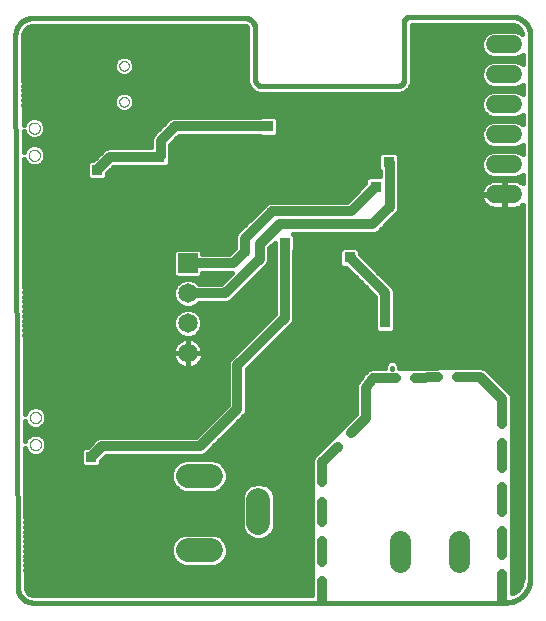
<source format=gbl>
G75*
%MOIN*%
%OFA0B0*%
%FSLAX25Y25*%
%IPPOS*%
%LPD*%
%AMOC8*
5,1,8,0,0,1.08239X$1,22.5*
%
%ADD10C,0.03200*%
%ADD11C,0.01600*%
%ADD12C,0.06000*%
%ADD13C,0.07050*%
%ADD14C,0.07874*%
%ADD15C,0.00000*%
%ADD16R,0.06500X0.06500*%
%ADD17C,0.06500*%
%ADD18R,0.03562X0.03562*%
D10*
X0038803Y0092757D02*
X0042346Y0096301D01*
X0075024Y0096301D01*
X0087622Y0108899D01*
X0087622Y0123466D01*
X0103370Y0139214D01*
X0103370Y0164017D01*
X0101795Y0170317D02*
X0132504Y0170317D01*
X0138409Y0176222D01*
X0138409Y0190789D01*
X0138016Y0191183D01*
X0133685Y0182915D02*
X0125417Y0174647D01*
X0099039Y0174647D01*
X0089984Y0165592D01*
X0089984Y0161261D01*
X0086087Y0157364D01*
X0071087Y0157364D01*
X0071087Y0147364D02*
X0083567Y0147364D01*
X0095102Y0158899D01*
X0095102Y0163624D01*
X0101795Y0170317D01*
X0125024Y0159293D02*
X0136835Y0147482D01*
X0136835Y0137639D01*
X0140447Y0119138D02*
X0132902Y0119054D01*
X0130540Y0115905D01*
X0130540Y0105669D01*
X0125519Y0100648D01*
X0120994Y0096122D02*
X0115973Y0091102D01*
X0115973Y0084287D01*
X0115973Y0077887D02*
X0115973Y0071073D01*
X0115973Y0064673D02*
X0115973Y0057859D01*
X0115973Y0051459D02*
X0115973Y0044645D01*
X0146847Y0119209D02*
X0154391Y0119293D01*
X0160791Y0119364D02*
X0168335Y0119448D01*
X0175816Y0111968D01*
X0175816Y0103781D01*
X0175816Y0097381D02*
X0175816Y0089194D01*
X0175816Y0082794D02*
X0175816Y0074606D01*
X0175816Y0068206D02*
X0175816Y0060019D01*
X0175816Y0053619D02*
X0175816Y0045432D01*
X0061638Y0192757D02*
X0045102Y0192757D01*
X0040772Y0188427D01*
X0061638Y0192757D02*
X0062031Y0193151D01*
X0062031Y0198269D01*
X0066756Y0202994D01*
X0097858Y0202994D01*
D11*
X0019517Y0044251D02*
X0176997Y0044251D01*
X0179216Y0047354D02*
X0179216Y0112644D01*
X0178698Y0113894D01*
X0177742Y0114850D01*
X0171204Y0121388D01*
X0171196Y0121406D01*
X0170726Y0121866D01*
X0170261Y0122330D01*
X0170243Y0122338D01*
X0170229Y0122352D01*
X0169619Y0122597D01*
X0169012Y0122848D01*
X0168992Y0122848D01*
X0168974Y0122855D01*
X0168316Y0122848D01*
X0167659Y0122848D01*
X0167641Y0122841D01*
X0141609Y0122551D01*
X0141609Y0123076D01*
X0141242Y0123961D01*
X0140565Y0124638D01*
X0139680Y0125005D01*
X0138723Y0125005D01*
X0137838Y0124638D01*
X0137161Y0123961D01*
X0136794Y0123076D01*
X0136794Y0122498D01*
X0133312Y0122459D01*
X0133091Y0122516D01*
X0132642Y0122452D01*
X0132188Y0122447D01*
X0131978Y0122357D01*
X0131752Y0122325D01*
X0131362Y0122093D01*
X0130945Y0121915D01*
X0130785Y0121752D01*
X0130588Y0121635D01*
X0130316Y0121272D01*
X0129999Y0120948D01*
X0129914Y0120736D01*
X0127965Y0118138D01*
X0127658Y0117831D01*
X0127563Y0117602D01*
X0127414Y0117404D01*
X0127306Y0116983D01*
X0127140Y0116581D01*
X0127140Y0116333D01*
X0127079Y0116093D01*
X0127140Y0115663D01*
X0127140Y0107077D01*
X0113091Y0093028D01*
X0112573Y0091778D01*
X0112573Y0046851D01*
X0019517Y0046851D01*
X0019025Y0046900D01*
X0018118Y0047276D01*
X0017423Y0047970D01*
X0017047Y0048878D01*
X0016998Y0049369D01*
X0016998Y0049374D01*
X0016998Y0049886D01*
X0016996Y0049892D01*
X0016800Y0095749D01*
X0017188Y0094812D01*
X0018220Y0093780D01*
X0019569Y0093221D01*
X0021029Y0093221D01*
X0022378Y0093780D01*
X0023411Y0094812D01*
X0023969Y0096161D01*
X0023969Y0097621D01*
X0023411Y0098970D01*
X0022378Y0100003D01*
X0021029Y0100561D01*
X0019569Y0100561D01*
X0018220Y0100003D01*
X0017188Y0098970D01*
X0016790Y0098010D01*
X0016761Y0104899D01*
X0017188Y0103868D01*
X0018220Y0102835D01*
X0019569Y0102276D01*
X0021029Y0102276D01*
X0022378Y0102835D01*
X0023411Y0103868D01*
X0023969Y0105216D01*
X0023969Y0106676D01*
X0023411Y0108025D01*
X0022378Y0109058D01*
X0021029Y0109617D01*
X0019569Y0109617D01*
X0018220Y0109058D01*
X0017188Y0108025D01*
X0016752Y0106972D01*
X0016387Y0192253D01*
X0016794Y0191269D01*
X0017827Y0190237D01*
X0019175Y0189678D01*
X0020636Y0189678D01*
X0021984Y0190237D01*
X0023017Y0191269D01*
X0023576Y0192618D01*
X0023576Y0194078D01*
X0023017Y0195427D01*
X0021984Y0196459D01*
X0020636Y0197018D01*
X0019175Y0197018D01*
X0017827Y0196459D01*
X0016794Y0195427D01*
X0016377Y0194420D01*
X0016347Y0201403D01*
X0016794Y0200324D01*
X0017827Y0199292D01*
X0019175Y0198733D01*
X0020636Y0198733D01*
X0021984Y0199292D01*
X0023017Y0200324D01*
X0023576Y0201673D01*
X0023576Y0203133D01*
X0023017Y0204482D01*
X0021984Y0205514D01*
X0020636Y0206073D01*
X0019175Y0206073D01*
X0017827Y0205514D01*
X0016794Y0204482D01*
X0016339Y0203383D01*
X0016211Y0233228D01*
X0016275Y0233872D01*
X0016768Y0235064D01*
X0017680Y0235976D01*
X0018872Y0236470D01*
X0019517Y0236533D01*
X0089989Y0236533D01*
X0090173Y0236515D01*
X0090513Y0236374D01*
X0090773Y0236114D01*
X0090914Y0235774D01*
X0090932Y0235590D01*
X0090932Y0217674D01*
X0091688Y0215850D01*
X0091688Y0215850D01*
X0093084Y0214454D01*
X0094907Y0213698D01*
X0141763Y0213698D01*
X0143587Y0214454D01*
X0143587Y0214454D01*
X0144983Y0215850D01*
X0145739Y0217674D01*
X0145739Y0236927D01*
X0178965Y0236927D01*
X0179544Y0236881D01*
X0180645Y0236524D01*
X0181581Y0235843D01*
X0182261Y0234907D01*
X0182619Y0233806D01*
X0182625Y0233733D01*
X0182151Y0234207D01*
X0180457Y0234909D01*
X0172625Y0234909D01*
X0170931Y0234207D01*
X0169635Y0232911D01*
X0168934Y0231218D01*
X0168934Y0229385D01*
X0169635Y0227692D01*
X0170931Y0226396D01*
X0172625Y0225694D01*
X0180457Y0225694D01*
X0182151Y0226396D01*
X0182665Y0226910D01*
X0182665Y0223693D01*
X0182151Y0224207D01*
X0180457Y0224909D01*
X0172625Y0224909D01*
X0170931Y0224207D01*
X0169635Y0222911D01*
X0168934Y0221218D01*
X0168934Y0219385D01*
X0169635Y0217692D01*
X0170931Y0216396D01*
X0172625Y0215694D01*
X0180457Y0215694D01*
X0182151Y0216396D01*
X0182665Y0216910D01*
X0182665Y0213693D01*
X0182151Y0214207D01*
X0180457Y0214909D01*
X0172625Y0214909D01*
X0170931Y0214207D01*
X0169635Y0212911D01*
X0168934Y0211218D01*
X0168934Y0209385D01*
X0169635Y0207692D01*
X0170931Y0206396D01*
X0172625Y0205694D01*
X0180457Y0205694D01*
X0182151Y0206396D01*
X0182665Y0206910D01*
X0182665Y0203693D01*
X0182151Y0204207D01*
X0180457Y0204909D01*
X0172625Y0204909D01*
X0170931Y0204207D01*
X0169635Y0202911D01*
X0168934Y0201218D01*
X0168934Y0199385D01*
X0169635Y0197692D01*
X0170931Y0196396D01*
X0172625Y0195694D01*
X0180457Y0195694D01*
X0182151Y0196396D01*
X0182665Y0196910D01*
X0182665Y0193693D01*
X0182151Y0194207D01*
X0180457Y0194909D01*
X0172625Y0194909D01*
X0170931Y0194207D01*
X0169635Y0192911D01*
X0168934Y0191218D01*
X0168934Y0189385D01*
X0169635Y0187692D01*
X0170931Y0186396D01*
X0172625Y0185694D01*
X0180457Y0185694D01*
X0182151Y0186396D01*
X0182665Y0186910D01*
X0182665Y0183965D01*
X0182057Y0184407D01*
X0181384Y0184750D01*
X0180665Y0184983D01*
X0179919Y0185102D01*
X0176741Y0185102D01*
X0176741Y0180502D01*
X0176341Y0180502D01*
X0176341Y0185102D01*
X0173163Y0185102D01*
X0172417Y0184983D01*
X0171698Y0184750D01*
X0171025Y0184407D01*
X0170414Y0183963D01*
X0169880Y0183429D01*
X0169436Y0182817D01*
X0169093Y0182144D01*
X0168859Y0181426D01*
X0168741Y0180679D01*
X0168741Y0180502D01*
X0176341Y0180502D01*
X0176341Y0180102D01*
X0168741Y0180102D01*
X0168741Y0179924D01*
X0168859Y0179178D01*
X0169093Y0178459D01*
X0169436Y0177786D01*
X0169880Y0177175D01*
X0170414Y0176640D01*
X0171025Y0176196D01*
X0171698Y0175853D01*
X0172417Y0175620D01*
X0173163Y0175502D01*
X0176341Y0175502D01*
X0176341Y0180101D01*
X0176741Y0180101D01*
X0176741Y0175502D01*
X0179919Y0175502D01*
X0180665Y0175620D01*
X0181384Y0175853D01*
X0182057Y0176196D01*
X0182665Y0176638D01*
X0182665Y0052519D01*
X0182595Y0051632D01*
X0182047Y0049946D01*
X0181005Y0048511D01*
X0179570Y0047469D01*
X0179216Y0047354D01*
X0179216Y0048734D02*
X0181166Y0048734D01*
X0182173Y0050333D02*
X0179216Y0050333D01*
X0179216Y0051931D02*
X0182618Y0051931D01*
X0182665Y0053530D02*
X0179216Y0053530D01*
X0179216Y0055128D02*
X0182665Y0055128D01*
X0182665Y0056727D02*
X0179216Y0056727D01*
X0179216Y0058325D02*
X0182665Y0058325D01*
X0182665Y0059924D02*
X0179216Y0059924D01*
X0179216Y0061522D02*
X0182665Y0061522D01*
X0182665Y0063121D02*
X0179216Y0063121D01*
X0179216Y0064719D02*
X0182665Y0064719D01*
X0182665Y0066318D02*
X0179216Y0066318D01*
X0179216Y0067916D02*
X0182665Y0067916D01*
X0182665Y0069515D02*
X0179216Y0069515D01*
X0179216Y0071113D02*
X0182665Y0071113D01*
X0182665Y0072712D02*
X0179216Y0072712D01*
X0179216Y0074310D02*
X0182665Y0074310D01*
X0182665Y0075909D02*
X0179216Y0075909D01*
X0179216Y0077507D02*
X0182665Y0077507D01*
X0182665Y0079106D02*
X0179216Y0079106D01*
X0179216Y0080704D02*
X0182665Y0080704D01*
X0182665Y0082303D02*
X0179216Y0082303D01*
X0179216Y0083901D02*
X0182665Y0083901D01*
X0182665Y0085500D02*
X0179216Y0085500D01*
X0179216Y0087098D02*
X0182665Y0087098D01*
X0182665Y0088697D02*
X0179216Y0088697D01*
X0179216Y0090295D02*
X0182665Y0090295D01*
X0182665Y0091894D02*
X0179216Y0091894D01*
X0179216Y0093492D02*
X0182665Y0093492D01*
X0182665Y0095091D02*
X0179216Y0095091D01*
X0179216Y0096689D02*
X0182665Y0096689D01*
X0182665Y0098288D02*
X0179216Y0098288D01*
X0179216Y0099886D02*
X0182665Y0099886D01*
X0182665Y0101485D02*
X0179216Y0101485D01*
X0179216Y0103084D02*
X0182665Y0103084D01*
X0182665Y0104682D02*
X0179216Y0104682D01*
X0179216Y0106281D02*
X0182665Y0106281D01*
X0182665Y0107879D02*
X0179216Y0107879D01*
X0179216Y0109478D02*
X0182665Y0109478D01*
X0182665Y0111076D02*
X0179216Y0111076D01*
X0179203Y0112675D02*
X0182665Y0112675D01*
X0182665Y0114273D02*
X0178319Y0114273D01*
X0176720Y0115872D02*
X0182665Y0115872D01*
X0182665Y0117470D02*
X0175122Y0117470D01*
X0173523Y0119069D02*
X0182665Y0119069D01*
X0182665Y0120667D02*
X0171925Y0120667D01*
X0170326Y0122266D02*
X0182665Y0122266D01*
X0182665Y0123864D02*
X0141282Y0123864D01*
X0139202Y0122598D02*
X0139202Y0122204D01*
X0137121Y0123864D02*
X0092556Y0123864D01*
X0094154Y0125463D02*
X0182665Y0125463D01*
X0182665Y0127061D02*
X0095753Y0127061D01*
X0097351Y0128660D02*
X0182665Y0128660D01*
X0182665Y0130258D02*
X0098950Y0130258D01*
X0100548Y0131857D02*
X0182665Y0131857D01*
X0182665Y0133455D02*
X0102147Y0133455D01*
X0103745Y0135054D02*
X0133585Y0135054D01*
X0133446Y0135193D02*
X0134388Y0134251D01*
X0139281Y0134251D01*
X0140223Y0135193D01*
X0140223Y0140086D01*
X0140042Y0140267D01*
X0140042Y0148120D01*
X0139553Y0149299D01*
X0128412Y0160440D01*
X0128412Y0161740D01*
X0127470Y0162681D01*
X0122577Y0162681D01*
X0121635Y0161740D01*
X0121635Y0156846D01*
X0122577Y0155905D01*
X0123876Y0155905D01*
X0133628Y0146153D01*
X0133628Y0140267D01*
X0133446Y0140086D01*
X0133446Y0135193D01*
X0133446Y0136652D02*
X0105344Y0136652D01*
X0106089Y0137398D02*
X0106577Y0138576D01*
X0106577Y0161389D01*
X0106758Y0161571D01*
X0106758Y0166464D01*
X0106113Y0167109D01*
X0133142Y0167109D01*
X0134321Y0167598D01*
X0140226Y0173503D01*
X0141128Y0174405D01*
X0141617Y0175584D01*
X0141617Y0191427D01*
X0141404Y0191940D01*
X0141404Y0193629D01*
X0140463Y0194571D01*
X0135569Y0194571D01*
X0134628Y0193629D01*
X0134628Y0188736D01*
X0135202Y0188161D01*
X0135202Y0186303D01*
X0131238Y0186303D01*
X0130297Y0185362D01*
X0130297Y0184062D01*
X0124089Y0177854D01*
X0098401Y0177854D01*
X0097223Y0177366D01*
X0096321Y0176464D01*
X0087265Y0167409D01*
X0086777Y0166230D01*
X0086777Y0162590D01*
X0084758Y0160571D01*
X0075944Y0160571D01*
X0075944Y0161279D01*
X0075002Y0162221D01*
X0067171Y0162221D01*
X0066230Y0161279D01*
X0066230Y0153448D01*
X0067171Y0152507D01*
X0075002Y0152507D01*
X0075944Y0153448D01*
X0075944Y0154157D01*
X0085824Y0154157D01*
X0082239Y0150571D01*
X0074748Y0150571D01*
X0073838Y0151481D01*
X0072053Y0152221D01*
X0070120Y0152221D01*
X0068335Y0151481D01*
X0066969Y0150115D01*
X0066230Y0148330D01*
X0066230Y0146398D01*
X0066969Y0144612D01*
X0068335Y0143246D01*
X0070120Y0142507D01*
X0072053Y0142507D01*
X0073838Y0143246D01*
X0074748Y0144157D01*
X0084205Y0144157D01*
X0085384Y0144645D01*
X0096919Y0156180D01*
X0097821Y0157083D01*
X0098309Y0158261D01*
X0098309Y0162295D01*
X0099982Y0163968D01*
X0099982Y0161571D01*
X0100163Y0161389D01*
X0100163Y0140543D01*
X0085805Y0126185D01*
X0084903Y0125283D01*
X0084415Y0124104D01*
X0084415Y0110228D01*
X0073695Y0099508D01*
X0041709Y0099508D01*
X0040530Y0099020D01*
X0037656Y0096146D01*
X0036356Y0096146D01*
X0035415Y0095204D01*
X0035415Y0090311D01*
X0036356Y0089369D01*
X0041250Y0089369D01*
X0042191Y0090311D01*
X0042191Y0091610D01*
X0043675Y0093094D01*
X0075662Y0093094D01*
X0076840Y0093582D01*
X0077742Y0094484D01*
X0090341Y0107083D01*
X0090829Y0108261D01*
X0090829Y0122138D01*
X0106089Y0137398D01*
X0106442Y0138251D02*
X0133446Y0138251D01*
X0133446Y0139849D02*
X0106577Y0139849D01*
X0106577Y0141448D02*
X0133628Y0141448D01*
X0133628Y0143046D02*
X0106577Y0143046D01*
X0106577Y0144645D02*
X0133628Y0144645D01*
X0133538Y0146243D02*
X0106577Y0146243D01*
X0106577Y0147842D02*
X0131939Y0147842D01*
X0130341Y0149440D02*
X0106577Y0149440D01*
X0106577Y0151039D02*
X0128742Y0151039D01*
X0127144Y0152637D02*
X0106577Y0152637D01*
X0106577Y0154236D02*
X0125545Y0154236D01*
X0123947Y0155834D02*
X0106577Y0155834D01*
X0106577Y0157433D02*
X0121635Y0157433D01*
X0121635Y0159031D02*
X0106577Y0159031D01*
X0106577Y0160630D02*
X0121635Y0160630D01*
X0122124Y0162228D02*
X0106758Y0162228D01*
X0106758Y0163827D02*
X0182665Y0163827D01*
X0182665Y0165425D02*
X0106758Y0165425D01*
X0106198Y0167024D02*
X0182665Y0167024D01*
X0182665Y0168622D02*
X0135345Y0168622D01*
X0136944Y0170221D02*
X0182665Y0170221D01*
X0182665Y0171819D02*
X0138542Y0171819D01*
X0140141Y0173418D02*
X0182665Y0173418D01*
X0182665Y0175017D02*
X0141381Y0175017D01*
X0141617Y0176615D02*
X0170449Y0176615D01*
X0169218Y0178214D02*
X0141617Y0178214D01*
X0141617Y0179812D02*
X0168759Y0179812D01*
X0168857Y0181411D02*
X0141617Y0181411D01*
X0141617Y0183009D02*
X0169575Y0183009D01*
X0171419Y0184608D02*
X0141617Y0184608D01*
X0141617Y0186206D02*
X0171389Y0186206D01*
X0169589Y0187805D02*
X0141617Y0187805D01*
X0141617Y0189403D02*
X0168934Y0189403D01*
X0168934Y0191002D02*
X0141617Y0191002D01*
X0141404Y0192600D02*
X0169506Y0192600D01*
X0170923Y0194199D02*
X0140835Y0194199D01*
X0138016Y0191183D02*
X0137622Y0190789D01*
X0135202Y0187805D02*
X0044685Y0187805D01*
X0044160Y0187279D02*
X0046431Y0189550D01*
X0059010Y0189550D01*
X0059191Y0189369D01*
X0064085Y0189369D01*
X0065026Y0190311D01*
X0065026Y0192000D01*
X0065239Y0192513D01*
X0065239Y0196941D01*
X0068084Y0199787D01*
X0095230Y0199787D01*
X0095411Y0199606D01*
X0100305Y0199606D01*
X0101246Y0200547D01*
X0101246Y0205440D01*
X0100305Y0206382D01*
X0095411Y0206382D01*
X0095230Y0206201D01*
X0066118Y0206201D01*
X0064939Y0205713D01*
X0060215Y0200988D01*
X0059313Y0200086D01*
X0058824Y0198907D01*
X0058824Y0195965D01*
X0044464Y0195965D01*
X0043286Y0195476D01*
X0039624Y0191815D01*
X0038325Y0191815D01*
X0037383Y0190874D01*
X0037383Y0185980D01*
X0038325Y0185039D01*
X0043218Y0185039D01*
X0044160Y0185980D01*
X0044160Y0187279D01*
X0044160Y0186206D02*
X0131141Y0186206D01*
X0130297Y0184608D02*
X0016419Y0184608D01*
X0016412Y0186206D02*
X0037383Y0186206D01*
X0037383Y0187805D02*
X0016406Y0187805D01*
X0016399Y0189403D02*
X0037383Y0189403D01*
X0037512Y0191002D02*
X0022749Y0191002D01*
X0023568Y0192600D02*
X0040410Y0192600D01*
X0042008Y0194199D02*
X0023526Y0194199D01*
X0022647Y0195797D02*
X0044060Y0195797D01*
X0046283Y0189403D02*
X0059157Y0189403D01*
X0064118Y0189403D02*
X0134628Y0189403D01*
X0134628Y0191002D02*
X0065026Y0191002D01*
X0065239Y0192600D02*
X0134628Y0192600D01*
X0135197Y0194199D02*
X0065239Y0194199D01*
X0065239Y0195797D02*
X0172377Y0195797D01*
X0169931Y0197396D02*
X0065693Y0197396D01*
X0067292Y0198994D02*
X0169096Y0198994D01*
X0168934Y0200593D02*
X0101246Y0200593D01*
X0101246Y0202191D02*
X0169337Y0202191D01*
X0170514Y0203790D02*
X0101246Y0203790D01*
X0101246Y0205388D02*
X0182665Y0205388D01*
X0182665Y0203790D02*
X0182568Y0203790D01*
X0182665Y0195797D02*
X0180705Y0195797D01*
X0182159Y0194199D02*
X0182665Y0194199D01*
X0182665Y0186206D02*
X0181692Y0186206D01*
X0181663Y0184608D02*
X0182665Y0184608D01*
X0176741Y0184608D02*
X0176341Y0184608D01*
X0176341Y0183009D02*
X0176741Y0183009D01*
X0176741Y0181411D02*
X0176341Y0181411D01*
X0176341Y0179812D02*
X0176741Y0179812D01*
X0176741Y0178214D02*
X0176341Y0178214D01*
X0176341Y0176615D02*
X0176741Y0176615D01*
X0182633Y0176615D02*
X0182665Y0176615D01*
X0182665Y0162228D02*
X0127923Y0162228D01*
X0128412Y0160630D02*
X0182665Y0160630D01*
X0182665Y0159031D02*
X0129821Y0159031D01*
X0131419Y0157433D02*
X0182665Y0157433D01*
X0182665Y0155834D02*
X0133018Y0155834D01*
X0134616Y0154236D02*
X0182665Y0154236D01*
X0182665Y0152637D02*
X0136215Y0152637D01*
X0137813Y0151039D02*
X0182665Y0151039D01*
X0182665Y0149440D02*
X0139412Y0149440D01*
X0140042Y0147842D02*
X0182665Y0147842D01*
X0182665Y0146243D02*
X0140042Y0146243D01*
X0140042Y0144645D02*
X0182665Y0144645D01*
X0182665Y0143046D02*
X0140042Y0143046D01*
X0140042Y0141448D02*
X0182665Y0141448D01*
X0182665Y0139849D02*
X0140223Y0139849D01*
X0140223Y0138251D02*
X0182665Y0138251D01*
X0182665Y0136652D02*
X0140223Y0136652D01*
X0140084Y0135054D02*
X0182665Y0135054D01*
X0131653Y0122266D02*
X0090957Y0122266D01*
X0090829Y0120667D02*
X0129862Y0120667D01*
X0128663Y0119069D02*
X0090829Y0119069D01*
X0090829Y0117470D02*
X0127464Y0117470D01*
X0127110Y0115872D02*
X0090829Y0115872D01*
X0090829Y0114273D02*
X0127140Y0114273D01*
X0127140Y0112675D02*
X0090829Y0112675D01*
X0090829Y0111076D02*
X0127140Y0111076D01*
X0127140Y0109478D02*
X0090829Y0109478D01*
X0090671Y0107879D02*
X0127140Y0107879D01*
X0126344Y0106281D02*
X0089539Y0106281D01*
X0087940Y0104682D02*
X0124745Y0104682D01*
X0123147Y0103084D02*
X0086342Y0103084D01*
X0084743Y0101485D02*
X0121548Y0101485D01*
X0119950Y0099886D02*
X0083145Y0099886D01*
X0081546Y0098288D02*
X0118351Y0098288D01*
X0116753Y0096689D02*
X0079948Y0096689D01*
X0078349Y0095091D02*
X0115154Y0095091D01*
X0113556Y0093492D02*
X0076624Y0093492D01*
X0079985Y0092002D02*
X0082022Y0091158D01*
X0083582Y0089599D01*
X0084426Y0087561D01*
X0084426Y0085355D01*
X0083582Y0083318D01*
X0082022Y0081758D01*
X0079985Y0080914D01*
X0069905Y0080914D01*
X0067867Y0081758D01*
X0066308Y0083318D01*
X0065464Y0085355D01*
X0065464Y0087561D01*
X0066308Y0089599D01*
X0067867Y0091158D01*
X0069905Y0092002D01*
X0079985Y0092002D01*
X0080246Y0091894D02*
X0112621Y0091894D01*
X0112573Y0090295D02*
X0082885Y0090295D01*
X0083955Y0088697D02*
X0112573Y0088697D01*
X0112573Y0087098D02*
X0084426Y0087098D01*
X0084426Y0085500D02*
X0112573Y0085500D01*
X0112573Y0083901D02*
X0096281Y0083901D01*
X0095733Y0084128D02*
X0093527Y0084128D01*
X0091489Y0083284D01*
X0089930Y0081725D01*
X0089086Y0079687D01*
X0089086Y0069607D01*
X0089930Y0067570D01*
X0091489Y0066010D01*
X0093527Y0065166D01*
X0095733Y0065166D01*
X0097770Y0066010D01*
X0099330Y0067570D01*
X0100174Y0069607D01*
X0100174Y0079687D01*
X0099330Y0081725D01*
X0097770Y0083284D01*
X0095733Y0084128D01*
X0092979Y0083901D02*
X0083824Y0083901D01*
X0082567Y0082303D02*
X0090508Y0082303D01*
X0089507Y0080704D02*
X0016864Y0080704D01*
X0016871Y0079106D02*
X0089086Y0079106D01*
X0089086Y0077507D02*
X0016878Y0077507D01*
X0016885Y0075909D02*
X0089086Y0075909D01*
X0089086Y0074310D02*
X0016892Y0074310D01*
X0016898Y0072712D02*
X0089086Y0072712D01*
X0089086Y0071113D02*
X0016905Y0071113D01*
X0016912Y0069515D02*
X0089124Y0069515D01*
X0089786Y0067916D02*
X0016919Y0067916D01*
X0016926Y0066318D02*
X0067830Y0066318D01*
X0067867Y0066355D02*
X0066308Y0064796D01*
X0065464Y0062758D01*
X0065464Y0060552D01*
X0066308Y0058515D01*
X0067867Y0056955D01*
X0069905Y0056111D01*
X0079985Y0056111D01*
X0082022Y0056955D01*
X0083582Y0058515D01*
X0084426Y0060552D01*
X0084426Y0062758D01*
X0083582Y0064796D01*
X0082022Y0066355D01*
X0079985Y0067199D01*
X0069905Y0067199D01*
X0067867Y0066355D01*
X0066276Y0064719D02*
X0016933Y0064719D01*
X0016940Y0063121D02*
X0065614Y0063121D01*
X0065464Y0061522D02*
X0016946Y0061522D01*
X0016953Y0059924D02*
X0065724Y0059924D01*
X0066497Y0058325D02*
X0016960Y0058325D01*
X0016967Y0056727D02*
X0068419Y0056727D01*
X0081471Y0056727D02*
X0112573Y0056727D01*
X0112573Y0058325D02*
X0083392Y0058325D01*
X0084166Y0059924D02*
X0112573Y0059924D01*
X0112573Y0061522D02*
X0084426Y0061522D01*
X0084276Y0063121D02*
X0112573Y0063121D01*
X0112573Y0064719D02*
X0083614Y0064719D01*
X0082060Y0066318D02*
X0091182Y0066318D01*
X0098078Y0066318D02*
X0112573Y0066318D01*
X0112573Y0067916D02*
X0099473Y0067916D01*
X0100136Y0069515D02*
X0112573Y0069515D01*
X0112573Y0071113D02*
X0100174Y0071113D01*
X0100174Y0072712D02*
X0112573Y0072712D01*
X0112573Y0074310D02*
X0100174Y0074310D01*
X0100174Y0075909D02*
X0112573Y0075909D01*
X0112573Y0077507D02*
X0100174Y0077507D01*
X0100174Y0079106D02*
X0112573Y0079106D01*
X0112573Y0080704D02*
X0099753Y0080704D01*
X0098752Y0082303D02*
X0112573Y0082303D01*
X0112573Y0055128D02*
X0016974Y0055128D01*
X0016981Y0053530D02*
X0112573Y0053530D01*
X0112573Y0051931D02*
X0016987Y0051931D01*
X0016994Y0050333D02*
X0112573Y0050333D01*
X0112573Y0048734D02*
X0017106Y0048734D01*
X0018455Y0047136D02*
X0112573Y0047136D01*
X0074074Y0099886D02*
X0022494Y0099886D01*
X0023693Y0098288D02*
X0039798Y0098288D01*
X0038200Y0096689D02*
X0023969Y0096689D01*
X0023526Y0095091D02*
X0035415Y0095091D01*
X0035415Y0093492D02*
X0021684Y0093492D01*
X0018915Y0093492D02*
X0016809Y0093492D01*
X0016816Y0091894D02*
X0035415Y0091894D01*
X0035430Y0090295D02*
X0016823Y0090295D01*
X0016830Y0088697D02*
X0065934Y0088697D01*
X0065464Y0087098D02*
X0016837Y0087098D01*
X0016844Y0085500D02*
X0065464Y0085500D01*
X0066066Y0083901D02*
X0016851Y0083901D01*
X0016857Y0082303D02*
X0067323Y0082303D01*
X0067004Y0090295D02*
X0042176Y0090295D01*
X0042475Y0091894D02*
X0069643Y0091894D01*
X0075672Y0101485D02*
X0016775Y0101485D01*
X0016768Y0103084D02*
X0017972Y0103084D01*
X0016850Y0104682D02*
X0016762Y0104682D01*
X0016748Y0107879D02*
X0017127Y0107879D01*
X0016741Y0109478D02*
X0019234Y0109478D01*
X0021365Y0109478D02*
X0083665Y0109478D01*
X0084415Y0111076D02*
X0016734Y0111076D01*
X0016727Y0112675D02*
X0084415Y0112675D01*
X0084415Y0114273D02*
X0016720Y0114273D01*
X0016714Y0115872D02*
X0084415Y0115872D01*
X0084415Y0117470D02*
X0016707Y0117470D01*
X0016700Y0119069D02*
X0084415Y0119069D01*
X0084415Y0120667D02*
X0016693Y0120667D01*
X0016686Y0122266D02*
X0084415Y0122266D01*
X0084415Y0123864D02*
X0074729Y0123864D01*
X0074939Y0124074D02*
X0075406Y0124717D01*
X0075767Y0125425D01*
X0076012Y0126181D01*
X0076137Y0126966D01*
X0076137Y0127289D01*
X0071162Y0127289D01*
X0071162Y0127439D01*
X0076137Y0127439D01*
X0076137Y0127761D01*
X0076012Y0128546D01*
X0075767Y0129302D01*
X0075406Y0130011D01*
X0074939Y0130654D01*
X0074376Y0131216D01*
X0073733Y0131683D01*
X0073025Y0132044D01*
X0072269Y0132289D01*
X0071484Y0132414D01*
X0071162Y0132414D01*
X0071162Y0127439D01*
X0071012Y0127439D01*
X0071012Y0132414D01*
X0070689Y0132414D01*
X0069904Y0132289D01*
X0069148Y0132044D01*
X0068440Y0131683D01*
X0067797Y0131216D01*
X0067235Y0130654D01*
X0066767Y0130011D01*
X0066407Y0129302D01*
X0066161Y0128546D01*
X0066037Y0127761D01*
X0066037Y0127439D01*
X0071012Y0127439D01*
X0071012Y0127289D01*
X0071162Y0127289D01*
X0071162Y0122314D01*
X0071484Y0122314D01*
X0072269Y0122438D01*
X0073025Y0122684D01*
X0073733Y0123045D01*
X0074376Y0123512D01*
X0074939Y0124074D01*
X0075779Y0125463D02*
X0085083Y0125463D01*
X0086682Y0127061D02*
X0076137Y0127061D01*
X0075975Y0128660D02*
X0088280Y0128660D01*
X0089879Y0130258D02*
X0075226Y0130258D01*
X0073392Y0131857D02*
X0091477Y0131857D01*
X0093076Y0133455D02*
X0074047Y0133455D01*
X0073838Y0133246D02*
X0075204Y0134612D01*
X0075944Y0136398D01*
X0075944Y0138330D01*
X0075204Y0140115D01*
X0073838Y0141481D01*
X0072053Y0142221D01*
X0070120Y0142221D01*
X0068335Y0141481D01*
X0066969Y0140115D01*
X0066230Y0138330D01*
X0066230Y0136398D01*
X0066969Y0134612D01*
X0068335Y0133246D01*
X0070120Y0132507D01*
X0072053Y0132507D01*
X0073838Y0133246D01*
X0075387Y0135054D02*
X0094674Y0135054D01*
X0096273Y0136652D02*
X0075944Y0136652D01*
X0075944Y0138251D02*
X0097871Y0138251D01*
X0099470Y0139849D02*
X0075314Y0139849D01*
X0073872Y0141448D02*
X0100163Y0141448D01*
X0100163Y0143046D02*
X0073355Y0143046D01*
X0068818Y0143046D02*
X0016597Y0143046D01*
X0016604Y0141448D02*
X0068302Y0141448D01*
X0066859Y0139849D02*
X0016611Y0139849D01*
X0016618Y0138251D02*
X0066230Y0138251D01*
X0066230Y0136652D02*
X0016625Y0136652D01*
X0016631Y0135054D02*
X0066786Y0135054D01*
X0068126Y0133455D02*
X0016638Y0133455D01*
X0016645Y0131857D02*
X0068781Y0131857D01*
X0071012Y0131857D02*
X0071162Y0131857D01*
X0071162Y0130258D02*
X0071012Y0130258D01*
X0071012Y0128660D02*
X0071162Y0128660D01*
X0071012Y0127289D02*
X0066037Y0127289D01*
X0066037Y0126966D01*
X0066161Y0126181D01*
X0066407Y0125425D01*
X0066767Y0124717D01*
X0067235Y0124074D01*
X0067797Y0123512D01*
X0068440Y0123045D01*
X0069148Y0122684D01*
X0069904Y0122438D01*
X0070689Y0122314D01*
X0071012Y0122314D01*
X0071012Y0127289D01*
X0071012Y0127061D02*
X0071162Y0127061D01*
X0071162Y0125463D02*
X0071012Y0125463D01*
X0071012Y0123864D02*
X0071162Y0123864D01*
X0067444Y0123864D02*
X0016679Y0123864D01*
X0016673Y0125463D02*
X0066394Y0125463D01*
X0066037Y0127061D02*
X0016666Y0127061D01*
X0016659Y0128660D02*
X0066198Y0128660D01*
X0066947Y0130258D02*
X0016652Y0130258D01*
X0016590Y0144645D02*
X0066956Y0144645D01*
X0066293Y0146243D02*
X0016584Y0146243D01*
X0016577Y0147842D02*
X0066230Y0147842D01*
X0066689Y0149440D02*
X0016570Y0149440D01*
X0016563Y0151039D02*
X0067893Y0151039D01*
X0067040Y0152637D02*
X0016556Y0152637D01*
X0016549Y0154236D02*
X0066230Y0154236D01*
X0066230Y0155834D02*
X0016542Y0155834D01*
X0016536Y0157433D02*
X0066230Y0157433D01*
X0066230Y0159031D02*
X0016529Y0159031D01*
X0016522Y0160630D02*
X0066230Y0160630D01*
X0075944Y0160630D02*
X0084817Y0160630D01*
X0086416Y0162228D02*
X0016515Y0162228D01*
X0016508Y0163827D02*
X0086777Y0163827D01*
X0086777Y0165425D02*
X0016501Y0165425D01*
X0016495Y0167024D02*
X0087106Y0167024D01*
X0088479Y0168622D02*
X0016488Y0168622D01*
X0016481Y0170221D02*
X0090078Y0170221D01*
X0091676Y0171819D02*
X0016474Y0171819D01*
X0016467Y0173418D02*
X0093275Y0173418D01*
X0094873Y0175017D02*
X0016460Y0175017D01*
X0016453Y0176615D02*
X0096472Y0176615D01*
X0099841Y0163827D02*
X0099982Y0163827D01*
X0099982Y0162228D02*
X0098309Y0162228D01*
X0098309Y0160630D02*
X0100163Y0160630D01*
X0100163Y0159031D02*
X0098309Y0159031D01*
X0097966Y0157433D02*
X0100163Y0157433D01*
X0100163Y0155834D02*
X0096573Y0155834D01*
X0094975Y0154236D02*
X0100163Y0154236D01*
X0100163Y0152637D02*
X0093376Y0152637D01*
X0091777Y0151039D02*
X0100163Y0151039D01*
X0100163Y0149440D02*
X0090179Y0149440D01*
X0088580Y0147842D02*
X0100163Y0147842D01*
X0100163Y0146243D02*
X0086982Y0146243D01*
X0085383Y0144645D02*
X0100163Y0144645D01*
X0084305Y0152637D02*
X0075133Y0152637D01*
X0074280Y0151039D02*
X0082707Y0151039D01*
X0082066Y0107879D02*
X0023471Y0107879D01*
X0023969Y0106281D02*
X0080468Y0106281D01*
X0078869Y0104682D02*
X0023748Y0104682D01*
X0022627Y0103084D02*
X0077271Y0103084D01*
X0019517Y0044251D02*
X0019376Y0044253D01*
X0019235Y0044259D01*
X0019094Y0044268D01*
X0018954Y0044282D01*
X0018814Y0044300D01*
X0018675Y0044321D01*
X0018536Y0044346D01*
X0018398Y0044375D01*
X0018261Y0044408D01*
X0018124Y0044444D01*
X0017989Y0044484D01*
X0017855Y0044528D01*
X0017722Y0044576D01*
X0017591Y0044627D01*
X0017461Y0044682D01*
X0017333Y0044741D01*
X0017206Y0044802D01*
X0017081Y0044868D01*
X0016958Y0044937D01*
X0016837Y0045009D01*
X0016718Y0045084D01*
X0016601Y0045163D01*
X0016486Y0045245D01*
X0016373Y0045330D01*
X0016263Y0045418D01*
X0016156Y0045509D01*
X0016051Y0045604D01*
X0015948Y0045701D01*
X0015849Y0045800D01*
X0015752Y0045903D01*
X0015657Y0046008D01*
X0015566Y0046115D01*
X0015478Y0046225D01*
X0015393Y0046338D01*
X0015311Y0046453D01*
X0015232Y0046570D01*
X0015157Y0046689D01*
X0015085Y0046810D01*
X0015016Y0046933D01*
X0014950Y0047058D01*
X0014889Y0047185D01*
X0014830Y0047313D01*
X0014775Y0047443D01*
X0014724Y0047574D01*
X0014676Y0047707D01*
X0014632Y0047841D01*
X0014592Y0047976D01*
X0014556Y0048113D01*
X0014523Y0048250D01*
X0014494Y0048388D01*
X0014469Y0048527D01*
X0014448Y0048666D01*
X0014430Y0048806D01*
X0014416Y0048946D01*
X0014407Y0049087D01*
X0014401Y0049228D01*
X0014399Y0049369D01*
X0014398Y0049369D02*
X0013611Y0233228D01*
X0016214Y0232563D02*
X0090932Y0232563D01*
X0090932Y0234161D02*
X0016394Y0234161D01*
X0017464Y0235760D02*
X0090916Y0235760D01*
X0093532Y0235590D02*
X0093530Y0235706D01*
X0093524Y0235822D01*
X0093515Y0235937D01*
X0093502Y0236052D01*
X0093485Y0236167D01*
X0093464Y0236281D01*
X0093439Y0236395D01*
X0093411Y0236507D01*
X0093379Y0236618D01*
X0093344Y0236729D01*
X0093305Y0236838D01*
X0093262Y0236946D01*
X0093216Y0237052D01*
X0093167Y0237157D01*
X0093114Y0237260D01*
X0093057Y0237362D01*
X0092998Y0237461D01*
X0092935Y0237558D01*
X0092869Y0237654D01*
X0092800Y0237747D01*
X0092728Y0237838D01*
X0092653Y0237926D01*
X0092575Y0238012D01*
X0092494Y0238095D01*
X0092411Y0238176D01*
X0092325Y0238254D01*
X0092237Y0238329D01*
X0092146Y0238401D01*
X0092053Y0238470D01*
X0091957Y0238536D01*
X0091860Y0238599D01*
X0091761Y0238658D01*
X0091659Y0238715D01*
X0091556Y0238768D01*
X0091451Y0238817D01*
X0091345Y0238863D01*
X0091237Y0238906D01*
X0091128Y0238945D01*
X0091017Y0238980D01*
X0090906Y0239012D01*
X0090794Y0239040D01*
X0090680Y0239065D01*
X0090566Y0239086D01*
X0090451Y0239103D01*
X0090336Y0239116D01*
X0090221Y0239125D01*
X0090105Y0239131D01*
X0089989Y0239133D01*
X0019517Y0239133D01*
X0019517Y0239134D02*
X0019365Y0239132D01*
X0019213Y0239126D01*
X0019061Y0239116D01*
X0018910Y0239103D01*
X0018759Y0239085D01*
X0018608Y0239064D01*
X0018458Y0239038D01*
X0018309Y0239009D01*
X0018160Y0238976D01*
X0018013Y0238939D01*
X0017866Y0238899D01*
X0017721Y0238854D01*
X0017577Y0238806D01*
X0017434Y0238754D01*
X0017292Y0238699D01*
X0017152Y0238640D01*
X0017013Y0238577D01*
X0016876Y0238511D01*
X0016741Y0238441D01*
X0016608Y0238368D01*
X0016477Y0238291D01*
X0016347Y0238211D01*
X0016220Y0238128D01*
X0016095Y0238042D01*
X0015972Y0237952D01*
X0015852Y0237859D01*
X0015734Y0237763D01*
X0015618Y0237664D01*
X0015505Y0237562D01*
X0015395Y0237458D01*
X0015287Y0237350D01*
X0015183Y0237240D01*
X0015081Y0237127D01*
X0014982Y0237011D01*
X0014886Y0236893D01*
X0014793Y0236773D01*
X0014703Y0236650D01*
X0014617Y0236525D01*
X0014534Y0236398D01*
X0014454Y0236268D01*
X0014377Y0236137D01*
X0014304Y0236004D01*
X0014234Y0235869D01*
X0014168Y0235732D01*
X0014105Y0235593D01*
X0014046Y0235453D01*
X0013991Y0235311D01*
X0013939Y0235168D01*
X0013891Y0235024D01*
X0013846Y0234879D01*
X0013806Y0234732D01*
X0013769Y0234585D01*
X0013736Y0234436D01*
X0013707Y0234287D01*
X0013681Y0234137D01*
X0013660Y0233986D01*
X0013642Y0233835D01*
X0013629Y0233684D01*
X0013619Y0233532D01*
X0013613Y0233380D01*
X0013611Y0233228D01*
X0016221Y0230964D02*
X0090932Y0230964D01*
X0090932Y0229366D02*
X0016228Y0229366D01*
X0016234Y0227767D02*
X0090932Y0227767D01*
X0090932Y0226169D02*
X0051464Y0226169D01*
X0051753Y0226049D02*
X0050503Y0226567D01*
X0049150Y0226567D01*
X0047901Y0226049D01*
X0046944Y0225093D01*
X0046427Y0223843D01*
X0046427Y0222491D01*
X0046944Y0221241D01*
X0047901Y0220285D01*
X0049150Y0219767D01*
X0050503Y0219767D01*
X0051753Y0220285D01*
X0052709Y0221241D01*
X0053227Y0222491D01*
X0053227Y0223843D01*
X0052709Y0225093D01*
X0051753Y0226049D01*
X0052926Y0224570D02*
X0090932Y0224570D01*
X0090932Y0222972D02*
X0053227Y0222972D01*
X0052764Y0221373D02*
X0090932Y0221373D01*
X0090932Y0219775D02*
X0050522Y0219775D01*
X0049131Y0219775D02*
X0016269Y0219775D01*
X0016262Y0221373D02*
X0046890Y0221373D01*
X0046427Y0222972D02*
X0016255Y0222972D01*
X0016248Y0224570D02*
X0046728Y0224570D01*
X0048190Y0226169D02*
X0016241Y0226169D01*
X0016275Y0218176D02*
X0090932Y0218176D01*
X0091386Y0216578D02*
X0016282Y0216578D01*
X0016289Y0214979D02*
X0092558Y0214979D01*
X0093084Y0214454D02*
X0093084Y0214454D01*
X0095894Y0216298D02*
X0140776Y0216298D01*
X0140776Y0216299D02*
X0140871Y0216301D01*
X0140966Y0216307D01*
X0141061Y0216316D01*
X0141155Y0216330D01*
X0141248Y0216347D01*
X0141341Y0216368D01*
X0141433Y0216392D01*
X0141524Y0216421D01*
X0141614Y0216452D01*
X0141702Y0216488D01*
X0141789Y0216527D01*
X0141874Y0216570D01*
X0141957Y0216615D01*
X0142038Y0216665D01*
X0142118Y0216717D01*
X0142195Y0216773D01*
X0142270Y0216831D01*
X0142342Y0216893D01*
X0142412Y0216958D01*
X0142479Y0217025D01*
X0142544Y0217095D01*
X0142606Y0217167D01*
X0142664Y0217242D01*
X0142720Y0217319D01*
X0142772Y0217399D01*
X0142822Y0217480D01*
X0142867Y0217563D01*
X0142910Y0217648D01*
X0142949Y0217735D01*
X0142985Y0217823D01*
X0143016Y0217913D01*
X0143045Y0218004D01*
X0143069Y0218096D01*
X0143090Y0218189D01*
X0143107Y0218282D01*
X0143121Y0218376D01*
X0143130Y0218471D01*
X0143136Y0218566D01*
X0143138Y0218661D01*
X0143139Y0218661D02*
X0143139Y0237558D01*
X0143138Y0237558D02*
X0143140Y0237644D01*
X0143145Y0237730D01*
X0143155Y0237815D01*
X0143168Y0237900D01*
X0143185Y0237984D01*
X0143205Y0238068D01*
X0143229Y0238150D01*
X0143257Y0238231D01*
X0143288Y0238312D01*
X0143322Y0238390D01*
X0143360Y0238467D01*
X0143402Y0238543D01*
X0143446Y0238616D01*
X0143494Y0238687D01*
X0143545Y0238757D01*
X0143599Y0238824D01*
X0143655Y0238888D01*
X0143715Y0238950D01*
X0143777Y0239010D01*
X0143841Y0239066D01*
X0143908Y0239120D01*
X0143978Y0239171D01*
X0144049Y0239219D01*
X0144123Y0239263D01*
X0144198Y0239305D01*
X0144275Y0239343D01*
X0144353Y0239377D01*
X0144434Y0239408D01*
X0144515Y0239436D01*
X0144597Y0239460D01*
X0144681Y0239480D01*
X0144765Y0239497D01*
X0144850Y0239510D01*
X0144935Y0239520D01*
X0145021Y0239525D01*
X0145107Y0239527D01*
X0178965Y0239527D01*
X0181642Y0235760D02*
X0145739Y0235760D01*
X0145739Y0234161D02*
X0170885Y0234161D01*
X0169491Y0232563D02*
X0145739Y0232563D01*
X0145739Y0230964D02*
X0168934Y0230964D01*
X0168942Y0229366D02*
X0145739Y0229366D01*
X0145739Y0227767D02*
X0169604Y0227767D01*
X0171479Y0226169D02*
X0145739Y0226169D01*
X0145739Y0224570D02*
X0171808Y0224570D01*
X0169696Y0222972D02*
X0145739Y0222972D01*
X0145739Y0221373D02*
X0168998Y0221373D01*
X0168934Y0219775D02*
X0145739Y0219775D01*
X0145739Y0218176D02*
X0169435Y0218176D01*
X0170749Y0216578D02*
X0145285Y0216578D01*
X0144983Y0215850D02*
X0144983Y0215850D01*
X0144113Y0214979D02*
X0182665Y0214979D01*
X0182665Y0216578D02*
X0182333Y0216578D01*
X0182665Y0224570D02*
X0181274Y0224570D01*
X0181603Y0226169D02*
X0182665Y0226169D01*
X0185265Y0233228D02*
X0185265Y0052519D01*
X0185263Y0052319D01*
X0185255Y0052120D01*
X0185243Y0051920D01*
X0185226Y0051721D01*
X0185205Y0051522D01*
X0185178Y0051324D01*
X0185147Y0051127D01*
X0185111Y0050930D01*
X0185070Y0050735D01*
X0185025Y0050540D01*
X0184975Y0050347D01*
X0184920Y0050155D01*
X0184860Y0049964D01*
X0184796Y0049775D01*
X0184728Y0049587D01*
X0184655Y0049401D01*
X0184577Y0049217D01*
X0184495Y0049035D01*
X0184409Y0048855D01*
X0184318Y0048677D01*
X0184223Y0048501D01*
X0184124Y0048327D01*
X0184020Y0048156D01*
X0183913Y0047988D01*
X0183801Y0047822D01*
X0183686Y0047659D01*
X0183567Y0047499D01*
X0183443Y0047342D01*
X0183316Y0047187D01*
X0183186Y0047036D01*
X0183051Y0046888D01*
X0182914Y0046744D01*
X0182772Y0046602D01*
X0182628Y0046465D01*
X0182480Y0046330D01*
X0182329Y0046200D01*
X0182174Y0046073D01*
X0182017Y0045949D01*
X0181857Y0045830D01*
X0181694Y0045715D01*
X0181528Y0045603D01*
X0181360Y0045496D01*
X0181189Y0045392D01*
X0181015Y0045293D01*
X0180839Y0045198D01*
X0180661Y0045107D01*
X0180481Y0045021D01*
X0180299Y0044939D01*
X0180115Y0044861D01*
X0179929Y0044788D01*
X0179741Y0044720D01*
X0179552Y0044656D01*
X0179361Y0044596D01*
X0179169Y0044541D01*
X0178976Y0044491D01*
X0178781Y0044446D01*
X0178586Y0044405D01*
X0178389Y0044369D01*
X0178192Y0044338D01*
X0177994Y0044311D01*
X0177795Y0044290D01*
X0177596Y0044273D01*
X0177396Y0044261D01*
X0177197Y0044253D01*
X0176997Y0044251D01*
X0124448Y0178214D02*
X0016447Y0178214D01*
X0016440Y0179812D02*
X0126047Y0179812D01*
X0127645Y0181411D02*
X0016433Y0181411D01*
X0016426Y0183009D02*
X0129244Y0183009D01*
X0095894Y0216299D02*
X0095799Y0216301D01*
X0095704Y0216307D01*
X0095609Y0216316D01*
X0095515Y0216330D01*
X0095422Y0216347D01*
X0095329Y0216368D01*
X0095237Y0216392D01*
X0095146Y0216421D01*
X0095056Y0216452D01*
X0094968Y0216488D01*
X0094881Y0216527D01*
X0094796Y0216570D01*
X0094713Y0216615D01*
X0094632Y0216665D01*
X0094552Y0216717D01*
X0094475Y0216773D01*
X0094400Y0216831D01*
X0094328Y0216893D01*
X0094258Y0216958D01*
X0094191Y0217025D01*
X0094126Y0217095D01*
X0094064Y0217167D01*
X0094006Y0217242D01*
X0093950Y0217319D01*
X0093898Y0217399D01*
X0093848Y0217480D01*
X0093803Y0217563D01*
X0093760Y0217648D01*
X0093721Y0217735D01*
X0093685Y0217823D01*
X0093654Y0217913D01*
X0093625Y0218004D01*
X0093601Y0218096D01*
X0093580Y0218189D01*
X0093563Y0218282D01*
X0093549Y0218376D01*
X0093540Y0218471D01*
X0093534Y0218566D01*
X0093532Y0218661D01*
X0093532Y0235590D01*
X0064615Y0205388D02*
X0022111Y0205388D01*
X0023304Y0203790D02*
X0063016Y0203790D01*
X0061418Y0202191D02*
X0023576Y0202191D01*
X0023128Y0200593D02*
X0059819Y0200593D01*
X0058860Y0198994D02*
X0021266Y0198994D01*
X0018545Y0198994D02*
X0016358Y0198994D01*
X0016364Y0197396D02*
X0058824Y0197396D01*
X0051753Y0208285D02*
X0052709Y0209241D01*
X0053227Y0210491D01*
X0053227Y0211843D01*
X0052709Y0213093D01*
X0051753Y0214049D01*
X0050503Y0214567D01*
X0049150Y0214567D01*
X0047901Y0214049D01*
X0046944Y0213093D01*
X0046427Y0211843D01*
X0046427Y0210491D01*
X0046944Y0209241D01*
X0047901Y0208285D01*
X0049150Y0207767D01*
X0050503Y0207767D01*
X0051753Y0208285D01*
X0052053Y0208585D02*
X0169265Y0208585D01*
X0168934Y0210184D02*
X0053100Y0210184D01*
X0053227Y0211782D02*
X0169168Y0211782D01*
X0170105Y0213381D02*
X0052421Y0213381D01*
X0047232Y0213381D02*
X0016296Y0213381D01*
X0016303Y0211782D02*
X0046427Y0211782D01*
X0046554Y0210184D02*
X0016310Y0210184D01*
X0016317Y0208585D02*
X0047600Y0208585D01*
X0017700Y0205388D02*
X0016330Y0205388D01*
X0016337Y0203790D02*
X0016507Y0203790D01*
X0016351Y0200593D02*
X0016683Y0200593D01*
X0016371Y0195797D02*
X0017164Y0195797D01*
X0017062Y0191002D02*
X0016392Y0191002D01*
X0016323Y0206987D02*
X0170340Y0206987D01*
X0185264Y0233228D02*
X0185262Y0233385D01*
X0185256Y0233542D01*
X0185246Y0233699D01*
X0185233Y0233855D01*
X0185215Y0234011D01*
X0185194Y0234167D01*
X0185168Y0234322D01*
X0185139Y0234476D01*
X0185106Y0234630D01*
X0185069Y0234782D01*
X0185029Y0234934D01*
X0184984Y0235085D01*
X0184936Y0235234D01*
X0184884Y0235382D01*
X0184829Y0235529D01*
X0184769Y0235675D01*
X0184707Y0235819D01*
X0184640Y0235961D01*
X0184570Y0236102D01*
X0184497Y0236241D01*
X0184420Y0236378D01*
X0184340Y0236513D01*
X0184256Y0236645D01*
X0184169Y0236776D01*
X0184079Y0236905D01*
X0183986Y0237031D01*
X0183890Y0237155D01*
X0183790Y0237277D01*
X0183688Y0237396D01*
X0183582Y0237512D01*
X0183474Y0237626D01*
X0183363Y0237737D01*
X0183249Y0237845D01*
X0183133Y0237951D01*
X0183014Y0238053D01*
X0182892Y0238153D01*
X0182768Y0238249D01*
X0182642Y0238342D01*
X0182513Y0238432D01*
X0182382Y0238519D01*
X0182250Y0238603D01*
X0182115Y0238683D01*
X0181978Y0238760D01*
X0181839Y0238833D01*
X0181698Y0238903D01*
X0181556Y0238970D01*
X0181412Y0239032D01*
X0181266Y0239092D01*
X0181119Y0239147D01*
X0180971Y0239199D01*
X0180822Y0239247D01*
X0180671Y0239292D01*
X0180519Y0239332D01*
X0180367Y0239369D01*
X0180213Y0239402D01*
X0180059Y0239431D01*
X0179904Y0239457D01*
X0179748Y0239478D01*
X0179592Y0239496D01*
X0179436Y0239509D01*
X0179279Y0239519D01*
X0179122Y0239525D01*
X0178965Y0239527D01*
X0182196Y0234161D02*
X0182504Y0234161D01*
X0018104Y0099886D02*
X0016782Y0099886D01*
X0016789Y0098288D02*
X0016905Y0098288D01*
X0016803Y0095091D02*
X0017072Y0095091D01*
D12*
X0173541Y0180302D02*
X0179541Y0180302D01*
X0179541Y0190302D02*
X0173541Y0190302D01*
X0173541Y0200302D02*
X0179541Y0200302D01*
X0179541Y0210302D02*
X0173541Y0210302D01*
X0173541Y0220302D02*
X0179541Y0220302D01*
X0179541Y0230302D02*
X0173541Y0230302D01*
D13*
X0161643Y0064823D02*
X0161643Y0057773D01*
X0141957Y0057773D02*
X0141957Y0064823D01*
D14*
X0094630Y0070710D02*
X0094630Y0078584D01*
X0078882Y0086458D02*
X0071008Y0086458D01*
X0071008Y0061655D02*
X0078882Y0061655D01*
D15*
X0018429Y0096891D02*
X0018431Y0096977D01*
X0018437Y0097064D01*
X0018447Y0097149D01*
X0018461Y0097235D01*
X0018479Y0097319D01*
X0018500Y0097403D01*
X0018526Y0097485D01*
X0018555Y0097567D01*
X0018588Y0097646D01*
X0018625Y0097725D01*
X0018665Y0097801D01*
X0018709Y0097875D01*
X0018756Y0097948D01*
X0018807Y0098018D01*
X0018860Y0098086D01*
X0018917Y0098151D01*
X0018977Y0098213D01*
X0019039Y0098273D01*
X0019104Y0098330D01*
X0019172Y0098383D01*
X0019242Y0098434D01*
X0019315Y0098481D01*
X0019389Y0098525D01*
X0019465Y0098565D01*
X0019544Y0098602D01*
X0019623Y0098635D01*
X0019705Y0098664D01*
X0019787Y0098690D01*
X0019871Y0098711D01*
X0019955Y0098729D01*
X0020041Y0098743D01*
X0020126Y0098753D01*
X0020213Y0098759D01*
X0020299Y0098761D01*
X0020385Y0098759D01*
X0020472Y0098753D01*
X0020557Y0098743D01*
X0020643Y0098729D01*
X0020727Y0098711D01*
X0020811Y0098690D01*
X0020893Y0098664D01*
X0020975Y0098635D01*
X0021054Y0098602D01*
X0021133Y0098565D01*
X0021209Y0098525D01*
X0021283Y0098481D01*
X0021356Y0098434D01*
X0021426Y0098383D01*
X0021494Y0098330D01*
X0021559Y0098273D01*
X0021621Y0098213D01*
X0021681Y0098151D01*
X0021738Y0098086D01*
X0021791Y0098018D01*
X0021842Y0097948D01*
X0021889Y0097875D01*
X0021933Y0097801D01*
X0021973Y0097725D01*
X0022010Y0097646D01*
X0022043Y0097567D01*
X0022072Y0097485D01*
X0022098Y0097403D01*
X0022119Y0097319D01*
X0022137Y0097235D01*
X0022151Y0097149D01*
X0022161Y0097064D01*
X0022167Y0096977D01*
X0022169Y0096891D01*
X0022167Y0096805D01*
X0022161Y0096718D01*
X0022151Y0096633D01*
X0022137Y0096547D01*
X0022119Y0096463D01*
X0022098Y0096379D01*
X0022072Y0096297D01*
X0022043Y0096215D01*
X0022010Y0096136D01*
X0021973Y0096057D01*
X0021933Y0095981D01*
X0021889Y0095907D01*
X0021842Y0095834D01*
X0021791Y0095764D01*
X0021738Y0095696D01*
X0021681Y0095631D01*
X0021621Y0095569D01*
X0021559Y0095509D01*
X0021494Y0095452D01*
X0021426Y0095399D01*
X0021356Y0095348D01*
X0021283Y0095301D01*
X0021209Y0095257D01*
X0021133Y0095217D01*
X0021054Y0095180D01*
X0020975Y0095147D01*
X0020893Y0095118D01*
X0020811Y0095092D01*
X0020727Y0095071D01*
X0020643Y0095053D01*
X0020557Y0095039D01*
X0020472Y0095029D01*
X0020385Y0095023D01*
X0020299Y0095021D01*
X0020213Y0095023D01*
X0020126Y0095029D01*
X0020041Y0095039D01*
X0019955Y0095053D01*
X0019871Y0095071D01*
X0019787Y0095092D01*
X0019705Y0095118D01*
X0019623Y0095147D01*
X0019544Y0095180D01*
X0019465Y0095217D01*
X0019389Y0095257D01*
X0019315Y0095301D01*
X0019242Y0095348D01*
X0019172Y0095399D01*
X0019104Y0095452D01*
X0019039Y0095509D01*
X0018977Y0095569D01*
X0018917Y0095631D01*
X0018860Y0095696D01*
X0018807Y0095764D01*
X0018756Y0095834D01*
X0018709Y0095907D01*
X0018665Y0095981D01*
X0018625Y0096057D01*
X0018588Y0096136D01*
X0018555Y0096215D01*
X0018526Y0096297D01*
X0018500Y0096379D01*
X0018479Y0096463D01*
X0018461Y0096547D01*
X0018447Y0096633D01*
X0018437Y0096718D01*
X0018431Y0096805D01*
X0018429Y0096891D01*
X0018429Y0105946D02*
X0018431Y0106032D01*
X0018437Y0106119D01*
X0018447Y0106204D01*
X0018461Y0106290D01*
X0018479Y0106374D01*
X0018500Y0106458D01*
X0018526Y0106540D01*
X0018555Y0106622D01*
X0018588Y0106701D01*
X0018625Y0106780D01*
X0018665Y0106856D01*
X0018709Y0106930D01*
X0018756Y0107003D01*
X0018807Y0107073D01*
X0018860Y0107141D01*
X0018917Y0107206D01*
X0018977Y0107268D01*
X0019039Y0107328D01*
X0019104Y0107385D01*
X0019172Y0107438D01*
X0019242Y0107489D01*
X0019315Y0107536D01*
X0019389Y0107580D01*
X0019465Y0107620D01*
X0019544Y0107657D01*
X0019623Y0107690D01*
X0019705Y0107719D01*
X0019787Y0107745D01*
X0019871Y0107766D01*
X0019955Y0107784D01*
X0020041Y0107798D01*
X0020126Y0107808D01*
X0020213Y0107814D01*
X0020299Y0107816D01*
X0020385Y0107814D01*
X0020472Y0107808D01*
X0020557Y0107798D01*
X0020643Y0107784D01*
X0020727Y0107766D01*
X0020811Y0107745D01*
X0020893Y0107719D01*
X0020975Y0107690D01*
X0021054Y0107657D01*
X0021133Y0107620D01*
X0021209Y0107580D01*
X0021283Y0107536D01*
X0021356Y0107489D01*
X0021426Y0107438D01*
X0021494Y0107385D01*
X0021559Y0107328D01*
X0021621Y0107268D01*
X0021681Y0107206D01*
X0021738Y0107141D01*
X0021791Y0107073D01*
X0021842Y0107003D01*
X0021889Y0106930D01*
X0021933Y0106856D01*
X0021973Y0106780D01*
X0022010Y0106701D01*
X0022043Y0106622D01*
X0022072Y0106540D01*
X0022098Y0106458D01*
X0022119Y0106374D01*
X0022137Y0106290D01*
X0022151Y0106204D01*
X0022161Y0106119D01*
X0022167Y0106032D01*
X0022169Y0105946D01*
X0022167Y0105860D01*
X0022161Y0105773D01*
X0022151Y0105688D01*
X0022137Y0105602D01*
X0022119Y0105518D01*
X0022098Y0105434D01*
X0022072Y0105352D01*
X0022043Y0105270D01*
X0022010Y0105191D01*
X0021973Y0105112D01*
X0021933Y0105036D01*
X0021889Y0104962D01*
X0021842Y0104889D01*
X0021791Y0104819D01*
X0021738Y0104751D01*
X0021681Y0104686D01*
X0021621Y0104624D01*
X0021559Y0104564D01*
X0021494Y0104507D01*
X0021426Y0104454D01*
X0021356Y0104403D01*
X0021283Y0104356D01*
X0021209Y0104312D01*
X0021133Y0104272D01*
X0021054Y0104235D01*
X0020975Y0104202D01*
X0020893Y0104173D01*
X0020811Y0104147D01*
X0020727Y0104126D01*
X0020643Y0104108D01*
X0020557Y0104094D01*
X0020472Y0104084D01*
X0020385Y0104078D01*
X0020299Y0104076D01*
X0020213Y0104078D01*
X0020126Y0104084D01*
X0020041Y0104094D01*
X0019955Y0104108D01*
X0019871Y0104126D01*
X0019787Y0104147D01*
X0019705Y0104173D01*
X0019623Y0104202D01*
X0019544Y0104235D01*
X0019465Y0104272D01*
X0019389Y0104312D01*
X0019315Y0104356D01*
X0019242Y0104403D01*
X0019172Y0104454D01*
X0019104Y0104507D01*
X0019039Y0104564D01*
X0018977Y0104624D01*
X0018917Y0104686D01*
X0018860Y0104751D01*
X0018807Y0104819D01*
X0018756Y0104889D01*
X0018709Y0104962D01*
X0018665Y0105036D01*
X0018625Y0105112D01*
X0018588Y0105191D01*
X0018555Y0105270D01*
X0018526Y0105352D01*
X0018500Y0105434D01*
X0018479Y0105518D01*
X0018461Y0105602D01*
X0018447Y0105688D01*
X0018437Y0105773D01*
X0018431Y0105860D01*
X0018429Y0105946D01*
X0018036Y0193348D02*
X0018038Y0193434D01*
X0018044Y0193521D01*
X0018054Y0193606D01*
X0018068Y0193692D01*
X0018086Y0193776D01*
X0018107Y0193860D01*
X0018133Y0193942D01*
X0018162Y0194024D01*
X0018195Y0194103D01*
X0018232Y0194182D01*
X0018272Y0194258D01*
X0018316Y0194332D01*
X0018363Y0194405D01*
X0018414Y0194475D01*
X0018467Y0194543D01*
X0018524Y0194608D01*
X0018584Y0194670D01*
X0018646Y0194730D01*
X0018711Y0194787D01*
X0018779Y0194840D01*
X0018849Y0194891D01*
X0018922Y0194938D01*
X0018996Y0194982D01*
X0019072Y0195022D01*
X0019151Y0195059D01*
X0019230Y0195092D01*
X0019312Y0195121D01*
X0019394Y0195147D01*
X0019478Y0195168D01*
X0019562Y0195186D01*
X0019648Y0195200D01*
X0019733Y0195210D01*
X0019820Y0195216D01*
X0019906Y0195218D01*
X0019992Y0195216D01*
X0020079Y0195210D01*
X0020164Y0195200D01*
X0020250Y0195186D01*
X0020334Y0195168D01*
X0020418Y0195147D01*
X0020500Y0195121D01*
X0020582Y0195092D01*
X0020661Y0195059D01*
X0020740Y0195022D01*
X0020816Y0194982D01*
X0020890Y0194938D01*
X0020963Y0194891D01*
X0021033Y0194840D01*
X0021101Y0194787D01*
X0021166Y0194730D01*
X0021228Y0194670D01*
X0021288Y0194608D01*
X0021345Y0194543D01*
X0021398Y0194475D01*
X0021449Y0194405D01*
X0021496Y0194332D01*
X0021540Y0194258D01*
X0021580Y0194182D01*
X0021617Y0194103D01*
X0021650Y0194024D01*
X0021679Y0193942D01*
X0021705Y0193860D01*
X0021726Y0193776D01*
X0021744Y0193692D01*
X0021758Y0193606D01*
X0021768Y0193521D01*
X0021774Y0193434D01*
X0021776Y0193348D01*
X0021774Y0193262D01*
X0021768Y0193175D01*
X0021758Y0193090D01*
X0021744Y0193004D01*
X0021726Y0192920D01*
X0021705Y0192836D01*
X0021679Y0192754D01*
X0021650Y0192672D01*
X0021617Y0192593D01*
X0021580Y0192514D01*
X0021540Y0192438D01*
X0021496Y0192364D01*
X0021449Y0192291D01*
X0021398Y0192221D01*
X0021345Y0192153D01*
X0021288Y0192088D01*
X0021228Y0192026D01*
X0021166Y0191966D01*
X0021101Y0191909D01*
X0021033Y0191856D01*
X0020963Y0191805D01*
X0020890Y0191758D01*
X0020816Y0191714D01*
X0020740Y0191674D01*
X0020661Y0191637D01*
X0020582Y0191604D01*
X0020500Y0191575D01*
X0020418Y0191549D01*
X0020334Y0191528D01*
X0020250Y0191510D01*
X0020164Y0191496D01*
X0020079Y0191486D01*
X0019992Y0191480D01*
X0019906Y0191478D01*
X0019820Y0191480D01*
X0019733Y0191486D01*
X0019648Y0191496D01*
X0019562Y0191510D01*
X0019478Y0191528D01*
X0019394Y0191549D01*
X0019312Y0191575D01*
X0019230Y0191604D01*
X0019151Y0191637D01*
X0019072Y0191674D01*
X0018996Y0191714D01*
X0018922Y0191758D01*
X0018849Y0191805D01*
X0018779Y0191856D01*
X0018711Y0191909D01*
X0018646Y0191966D01*
X0018584Y0192026D01*
X0018524Y0192088D01*
X0018467Y0192153D01*
X0018414Y0192221D01*
X0018363Y0192291D01*
X0018316Y0192364D01*
X0018272Y0192438D01*
X0018232Y0192514D01*
X0018195Y0192593D01*
X0018162Y0192672D01*
X0018133Y0192754D01*
X0018107Y0192836D01*
X0018086Y0192920D01*
X0018068Y0193004D01*
X0018054Y0193090D01*
X0018044Y0193175D01*
X0018038Y0193262D01*
X0018036Y0193348D01*
X0018036Y0202403D02*
X0018038Y0202489D01*
X0018044Y0202576D01*
X0018054Y0202661D01*
X0018068Y0202747D01*
X0018086Y0202831D01*
X0018107Y0202915D01*
X0018133Y0202997D01*
X0018162Y0203079D01*
X0018195Y0203158D01*
X0018232Y0203237D01*
X0018272Y0203313D01*
X0018316Y0203387D01*
X0018363Y0203460D01*
X0018414Y0203530D01*
X0018467Y0203598D01*
X0018524Y0203663D01*
X0018584Y0203725D01*
X0018646Y0203785D01*
X0018711Y0203842D01*
X0018779Y0203895D01*
X0018849Y0203946D01*
X0018922Y0203993D01*
X0018996Y0204037D01*
X0019072Y0204077D01*
X0019151Y0204114D01*
X0019230Y0204147D01*
X0019312Y0204176D01*
X0019394Y0204202D01*
X0019478Y0204223D01*
X0019562Y0204241D01*
X0019648Y0204255D01*
X0019733Y0204265D01*
X0019820Y0204271D01*
X0019906Y0204273D01*
X0019992Y0204271D01*
X0020079Y0204265D01*
X0020164Y0204255D01*
X0020250Y0204241D01*
X0020334Y0204223D01*
X0020418Y0204202D01*
X0020500Y0204176D01*
X0020582Y0204147D01*
X0020661Y0204114D01*
X0020740Y0204077D01*
X0020816Y0204037D01*
X0020890Y0203993D01*
X0020963Y0203946D01*
X0021033Y0203895D01*
X0021101Y0203842D01*
X0021166Y0203785D01*
X0021228Y0203725D01*
X0021288Y0203663D01*
X0021345Y0203598D01*
X0021398Y0203530D01*
X0021449Y0203460D01*
X0021496Y0203387D01*
X0021540Y0203313D01*
X0021580Y0203237D01*
X0021617Y0203158D01*
X0021650Y0203079D01*
X0021679Y0202997D01*
X0021705Y0202915D01*
X0021726Y0202831D01*
X0021744Y0202747D01*
X0021758Y0202661D01*
X0021768Y0202576D01*
X0021774Y0202489D01*
X0021776Y0202403D01*
X0021774Y0202317D01*
X0021768Y0202230D01*
X0021758Y0202145D01*
X0021744Y0202059D01*
X0021726Y0201975D01*
X0021705Y0201891D01*
X0021679Y0201809D01*
X0021650Y0201727D01*
X0021617Y0201648D01*
X0021580Y0201569D01*
X0021540Y0201493D01*
X0021496Y0201419D01*
X0021449Y0201346D01*
X0021398Y0201276D01*
X0021345Y0201208D01*
X0021288Y0201143D01*
X0021228Y0201081D01*
X0021166Y0201021D01*
X0021101Y0200964D01*
X0021033Y0200911D01*
X0020963Y0200860D01*
X0020890Y0200813D01*
X0020816Y0200769D01*
X0020740Y0200729D01*
X0020661Y0200692D01*
X0020582Y0200659D01*
X0020500Y0200630D01*
X0020418Y0200604D01*
X0020334Y0200583D01*
X0020250Y0200565D01*
X0020164Y0200551D01*
X0020079Y0200541D01*
X0019992Y0200535D01*
X0019906Y0200533D01*
X0019820Y0200535D01*
X0019733Y0200541D01*
X0019648Y0200551D01*
X0019562Y0200565D01*
X0019478Y0200583D01*
X0019394Y0200604D01*
X0019312Y0200630D01*
X0019230Y0200659D01*
X0019151Y0200692D01*
X0019072Y0200729D01*
X0018996Y0200769D01*
X0018922Y0200813D01*
X0018849Y0200860D01*
X0018779Y0200911D01*
X0018711Y0200964D01*
X0018646Y0201021D01*
X0018584Y0201081D01*
X0018524Y0201143D01*
X0018467Y0201208D01*
X0018414Y0201276D01*
X0018363Y0201346D01*
X0018316Y0201419D01*
X0018272Y0201493D01*
X0018232Y0201569D01*
X0018195Y0201648D01*
X0018162Y0201727D01*
X0018133Y0201809D01*
X0018107Y0201891D01*
X0018086Y0201975D01*
X0018068Y0202059D01*
X0018054Y0202145D01*
X0018044Y0202230D01*
X0018038Y0202317D01*
X0018036Y0202403D01*
X0048227Y0211167D02*
X0048229Y0211247D01*
X0048235Y0211326D01*
X0048245Y0211405D01*
X0048259Y0211484D01*
X0048276Y0211562D01*
X0048298Y0211639D01*
X0048323Y0211714D01*
X0048353Y0211788D01*
X0048385Y0211861D01*
X0048422Y0211932D01*
X0048462Y0212001D01*
X0048505Y0212068D01*
X0048552Y0212133D01*
X0048601Y0212195D01*
X0048654Y0212255D01*
X0048710Y0212312D01*
X0048768Y0212367D01*
X0048829Y0212418D01*
X0048893Y0212466D01*
X0048959Y0212511D01*
X0049027Y0212553D01*
X0049097Y0212591D01*
X0049169Y0212625D01*
X0049242Y0212656D01*
X0049317Y0212684D01*
X0049394Y0212707D01*
X0049471Y0212727D01*
X0049549Y0212743D01*
X0049628Y0212755D01*
X0049707Y0212763D01*
X0049787Y0212767D01*
X0049867Y0212767D01*
X0049947Y0212763D01*
X0050026Y0212755D01*
X0050105Y0212743D01*
X0050183Y0212727D01*
X0050260Y0212707D01*
X0050337Y0212684D01*
X0050412Y0212656D01*
X0050485Y0212625D01*
X0050557Y0212591D01*
X0050627Y0212553D01*
X0050695Y0212511D01*
X0050761Y0212466D01*
X0050825Y0212418D01*
X0050886Y0212367D01*
X0050944Y0212312D01*
X0051000Y0212255D01*
X0051053Y0212195D01*
X0051102Y0212133D01*
X0051149Y0212068D01*
X0051192Y0212001D01*
X0051232Y0211932D01*
X0051269Y0211861D01*
X0051301Y0211788D01*
X0051331Y0211714D01*
X0051356Y0211639D01*
X0051378Y0211562D01*
X0051395Y0211484D01*
X0051409Y0211405D01*
X0051419Y0211326D01*
X0051425Y0211247D01*
X0051427Y0211167D01*
X0051425Y0211087D01*
X0051419Y0211008D01*
X0051409Y0210929D01*
X0051395Y0210850D01*
X0051378Y0210772D01*
X0051356Y0210695D01*
X0051331Y0210620D01*
X0051301Y0210546D01*
X0051269Y0210473D01*
X0051232Y0210402D01*
X0051192Y0210333D01*
X0051149Y0210266D01*
X0051102Y0210201D01*
X0051053Y0210139D01*
X0051000Y0210079D01*
X0050944Y0210022D01*
X0050886Y0209967D01*
X0050825Y0209916D01*
X0050761Y0209868D01*
X0050695Y0209823D01*
X0050627Y0209781D01*
X0050557Y0209743D01*
X0050485Y0209709D01*
X0050412Y0209678D01*
X0050337Y0209650D01*
X0050260Y0209627D01*
X0050183Y0209607D01*
X0050105Y0209591D01*
X0050026Y0209579D01*
X0049947Y0209571D01*
X0049867Y0209567D01*
X0049787Y0209567D01*
X0049707Y0209571D01*
X0049628Y0209579D01*
X0049549Y0209591D01*
X0049471Y0209607D01*
X0049394Y0209627D01*
X0049317Y0209650D01*
X0049242Y0209678D01*
X0049169Y0209709D01*
X0049097Y0209743D01*
X0049027Y0209781D01*
X0048959Y0209823D01*
X0048893Y0209868D01*
X0048829Y0209916D01*
X0048768Y0209967D01*
X0048710Y0210022D01*
X0048654Y0210079D01*
X0048601Y0210139D01*
X0048552Y0210201D01*
X0048505Y0210266D01*
X0048462Y0210333D01*
X0048422Y0210402D01*
X0048385Y0210473D01*
X0048353Y0210546D01*
X0048323Y0210620D01*
X0048298Y0210695D01*
X0048276Y0210772D01*
X0048259Y0210850D01*
X0048245Y0210929D01*
X0048235Y0211008D01*
X0048229Y0211087D01*
X0048227Y0211167D01*
X0048227Y0223167D02*
X0048229Y0223247D01*
X0048235Y0223326D01*
X0048245Y0223405D01*
X0048259Y0223484D01*
X0048276Y0223562D01*
X0048298Y0223639D01*
X0048323Y0223714D01*
X0048353Y0223788D01*
X0048385Y0223861D01*
X0048422Y0223932D01*
X0048462Y0224001D01*
X0048505Y0224068D01*
X0048552Y0224133D01*
X0048601Y0224195D01*
X0048654Y0224255D01*
X0048710Y0224312D01*
X0048768Y0224367D01*
X0048829Y0224418D01*
X0048893Y0224466D01*
X0048959Y0224511D01*
X0049027Y0224553D01*
X0049097Y0224591D01*
X0049169Y0224625D01*
X0049242Y0224656D01*
X0049317Y0224684D01*
X0049394Y0224707D01*
X0049471Y0224727D01*
X0049549Y0224743D01*
X0049628Y0224755D01*
X0049707Y0224763D01*
X0049787Y0224767D01*
X0049867Y0224767D01*
X0049947Y0224763D01*
X0050026Y0224755D01*
X0050105Y0224743D01*
X0050183Y0224727D01*
X0050260Y0224707D01*
X0050337Y0224684D01*
X0050412Y0224656D01*
X0050485Y0224625D01*
X0050557Y0224591D01*
X0050627Y0224553D01*
X0050695Y0224511D01*
X0050761Y0224466D01*
X0050825Y0224418D01*
X0050886Y0224367D01*
X0050944Y0224312D01*
X0051000Y0224255D01*
X0051053Y0224195D01*
X0051102Y0224133D01*
X0051149Y0224068D01*
X0051192Y0224001D01*
X0051232Y0223932D01*
X0051269Y0223861D01*
X0051301Y0223788D01*
X0051331Y0223714D01*
X0051356Y0223639D01*
X0051378Y0223562D01*
X0051395Y0223484D01*
X0051409Y0223405D01*
X0051419Y0223326D01*
X0051425Y0223247D01*
X0051427Y0223167D01*
X0051425Y0223087D01*
X0051419Y0223008D01*
X0051409Y0222929D01*
X0051395Y0222850D01*
X0051378Y0222772D01*
X0051356Y0222695D01*
X0051331Y0222620D01*
X0051301Y0222546D01*
X0051269Y0222473D01*
X0051232Y0222402D01*
X0051192Y0222333D01*
X0051149Y0222266D01*
X0051102Y0222201D01*
X0051053Y0222139D01*
X0051000Y0222079D01*
X0050944Y0222022D01*
X0050886Y0221967D01*
X0050825Y0221916D01*
X0050761Y0221868D01*
X0050695Y0221823D01*
X0050627Y0221781D01*
X0050557Y0221743D01*
X0050485Y0221709D01*
X0050412Y0221678D01*
X0050337Y0221650D01*
X0050260Y0221627D01*
X0050183Y0221607D01*
X0050105Y0221591D01*
X0050026Y0221579D01*
X0049947Y0221571D01*
X0049867Y0221567D01*
X0049787Y0221567D01*
X0049707Y0221571D01*
X0049628Y0221579D01*
X0049549Y0221591D01*
X0049471Y0221607D01*
X0049394Y0221627D01*
X0049317Y0221650D01*
X0049242Y0221678D01*
X0049169Y0221709D01*
X0049097Y0221743D01*
X0049027Y0221781D01*
X0048959Y0221823D01*
X0048893Y0221868D01*
X0048829Y0221916D01*
X0048768Y0221967D01*
X0048710Y0222022D01*
X0048654Y0222079D01*
X0048601Y0222139D01*
X0048552Y0222201D01*
X0048505Y0222266D01*
X0048462Y0222333D01*
X0048422Y0222402D01*
X0048385Y0222473D01*
X0048353Y0222546D01*
X0048323Y0222620D01*
X0048298Y0222695D01*
X0048276Y0222772D01*
X0048259Y0222850D01*
X0048245Y0222929D01*
X0048235Y0223008D01*
X0048229Y0223087D01*
X0048227Y0223167D01*
D16*
X0071087Y0157364D03*
D17*
X0071087Y0147364D03*
X0071087Y0137364D03*
X0071087Y0127364D03*
D18*
X0058882Y0167954D03*
X0040772Y0188427D03*
X0061638Y0192757D03*
X0097858Y0202994D03*
X0103370Y0164017D03*
X0125024Y0159293D03*
X0136047Y0161655D03*
X0133685Y0182915D03*
X0138016Y0191183D03*
X0156913Y0233309D03*
X0136835Y0137639D03*
X0038803Y0092757D03*
M02*

</source>
